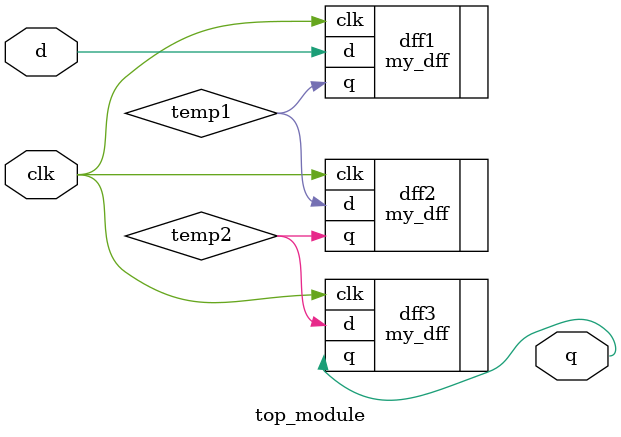
<source format=v>
module top_module ( input clk, input d, output q );

    wire temp1, temp2;
    my_dff dff1(
        .clk(clk),
        .d(d),
        .q(temp1)
    );

    my_dff dff2(
        .clk(clk),
        .d(temp1),
        .q(temp2)
    );

    my_dff dff3(
        .clk(clk),
        .d(temp2),
        .q(q)
    );
endmodule

</source>
